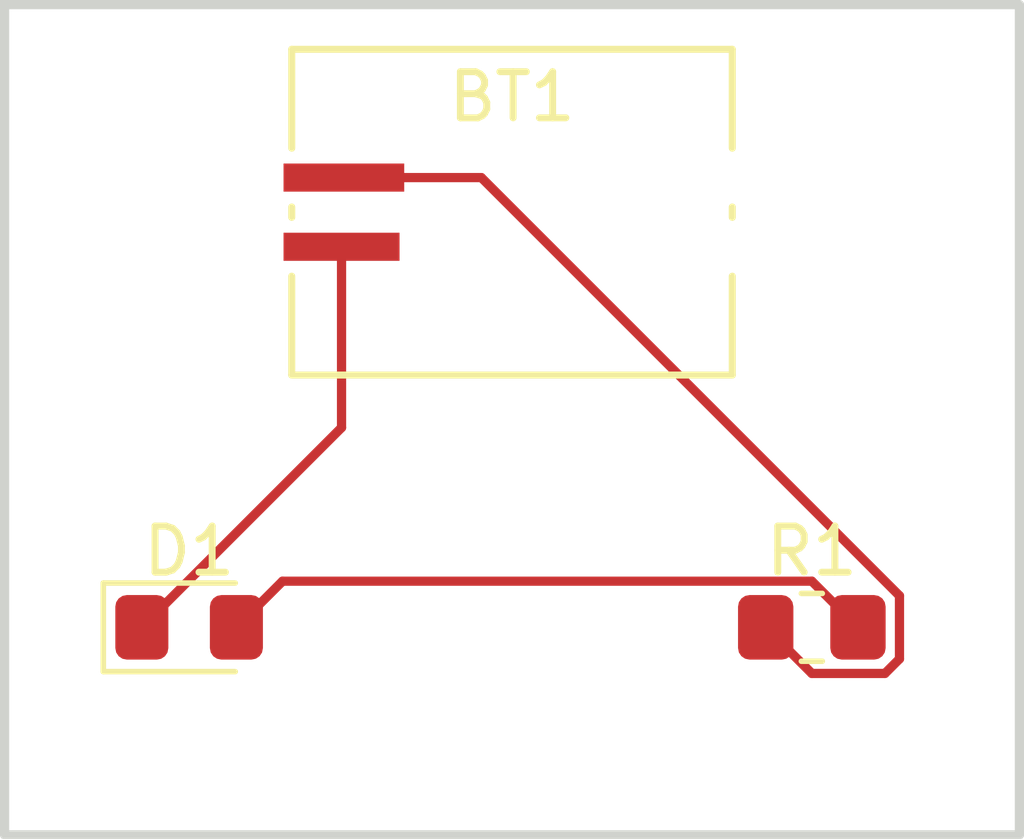
<source format=kicad_pcb>
(kicad_pcb (version 20240108) (generator "pcbnew") (generator_version "8.0")
  (layers (0 "F.Cu" signal) (31 "B.Cu" signal) (34 "B.Paste" user) (35 "F.Paste" user) (36 "B.SilkS" user "B.Silkscreen") (37 "F.SilkS" user "F.Silkscreen") (38 "B.Mask" user) (39 "F.Mask" user) (44 "Edge.Cuts" user))
  (net 0 "")
  (net 1 "Net-(BT1-+)")
  (net 2 "Net-(BT1--)")
  (net 3 "Net-(D1-A)")
  (footprint "Diode_SMD:D_0805_2012Metric_Pad1.15x1.40mm_HandSolder" (layer "F.Cu") (at 134.5 99)
    (property "Reference" "D1" (at 0 -1.65 0) (layer "F.SilkS"))
    (property "Value" "D")
    (fp_line (start -1.86 -0.96) (end -1.86 0.96) (stroke (width 0.12)) (layer "F.SilkS"))
    (fp_line (start -1.86 0.96) (end 1 0.96) (stroke (width 0.12)) (layer "F.SilkS"))
    (fp_line (start 1 -0.96) (end -1.86 -0.96) (stroke (width 0.12)) (layer "F.SilkS"))
    (pad "1" smd roundrect (at -1.025 0) (size 1.15 1.4) (layers "F.Cu" "F.Paste" "F.Mask") (roundrect_rratio 0.217391) (net 2 "Net-(BT1--)"))
    (pad "2" smd roundrect (at 1.025 0) (size 1.15 1.4) (layers "F.Cu" "F.Paste" "F.Mask") (roundrect_rratio 0.217391) (net 3 "Net-(D1-A)"))
  )
  (footprint "Resistor_SMD:R_0805_2012Metric_Pad1.20x1.40mm_HandSolder" (layer "F.Cu") (at 148 99)
    (property "Reference" "R1" (at 0 -1.65 0) (layer "F.SilkS"))
    (property "Value" "R")
    (fp_line (start -0.227064 -0.735) (end 0.227064 -0.735) (stroke (width 0.12)) (layer "F.SilkS"))
    (fp_line (start -0.227064 0.735) (end 0.227064 0.735) (stroke (width 0.12)) (layer "F.SilkS"))
    (pad "1" smd roundrect (at -1 0) (size 1.2 1.4) (layers "F.Cu" "F.Paste" "F.Mask") (roundrect_rratio 0.208333) (net 1 "Net-(BT1-+)"))
    (pad "2" smd roundrect (at 1 0) (size 1.2 1.4) (layers "F.Cu" "F.Paste" "F.Mask") (roundrect_rratio 0.208333) (net 3 "Net-(D1-A)"))
  )
  (footprint "FS_3_Global_Footprint_Library:MS621FE-FL11E_SEC" (layer "F.Cu") (at 141.5 90)
    (property "Reference" "BT1" (at 0 -2.5 0) (layer "F.SilkS"))
    (property "Value" "Battery_Cell")
    (fp_line (start -4.7752 -3.5306) (end -4.7752 -1.387541) (stroke (width 0.1524)) (layer "F.SilkS"))
    (fp_line (start -4.7752 -0.112461) (end -4.7752 0.112461) (stroke (width 0.1524)) (layer "F.SilkS"))
    (fp_line (start -4.7752 1.387541) (end -4.7752 3.5306) (stroke (width 0.1524)) (layer "F.SilkS"))
    (fp_line (start -4.7752 3.5306) (end 4.7752 3.5306) (stroke (width 0.1524)) (layer "F.SilkS"))
    (fp_line (start 4.7752 -3.5306) (end -4.7752 -3.5306) (stroke (width 0.1524)) (layer "F.SilkS"))
    (fp_line (start 4.7752 -1.387541) (end 4.7752 -3.5306) (stroke (width 0.1524)) (layer "F.SilkS"))
    (fp_line (start 4.7752 0.112461) (end 4.7752 -0.112461) (stroke (width 0.1524)) (layer "F.SilkS"))
    (fp_line (start 4.7752 3.5306) (end 4.7752 1.387541) (stroke (width 0.1524)) (layer "F.SilkS"))
    (pad "1" smd rect (at -3.6449 -0.750001) (size 2.6162 0.6096) (layers "F.Cu" "F.Paste" "F.Mask") (net 1 "Net-(BT1-+)"))
    (pad "2" smd rect (at -3.6957 0.750001) (size 2.5146 0.6096) (layers "F.Cu" "F.Paste" "F.Mask") (net 2 "Net-(BT1--)"))
  )
  (gr_rect (start 130.5 85.5) (end 152.5 103.5) (stroke (width 0.2)) (fill none) (layer "Edge.Cuts"))
  (segment (start 140.834743 89.249999) (end 137.8551 89.249999) (width 0.2) (layer "F.Cu") (net 1))
  (segment (start 149.9 98.315256) (end 140.834743 89.249999) (width 0.2) (layer "F.Cu") (net 1))
  (segment (start 149.584744 100) (end 149.9 99.684744) (width 0.2) (layer "F.Cu") (net 1))
  (segment (start 147 99) (end 148 100) (width 0.2) (layer "F.Cu") (net 1))
  (segment (start 149.9 99.684744) (end 149.9 98.315256) (width 0.2) (layer "F.Cu") (net 1))
  (segment (start 148 100) (end 149.584744 100) (width 0.2) (layer "F.Cu") (net 1))
  (segment (start 137.8043 94.6707) (end 133.475 99) (width 0.2) (layer "F.Cu") (net 2))
  (segment (start 137.8043 90.750001) (end 137.8043 94.6707) (width 0.2) (layer "F.Cu") (net 2))
  (segment (start 136.525 98) (end 148 98) (width 0.2) (layer "F.Cu") (net 3))
  (segment (start 148 98) (end 149 99) (width 0.2) (layer "F.Cu") (net 3))
  (segment (start 135.525 99) (end 136.525 98) (width 0.2) (layer "F.Cu") (net 3))
)
</source>
